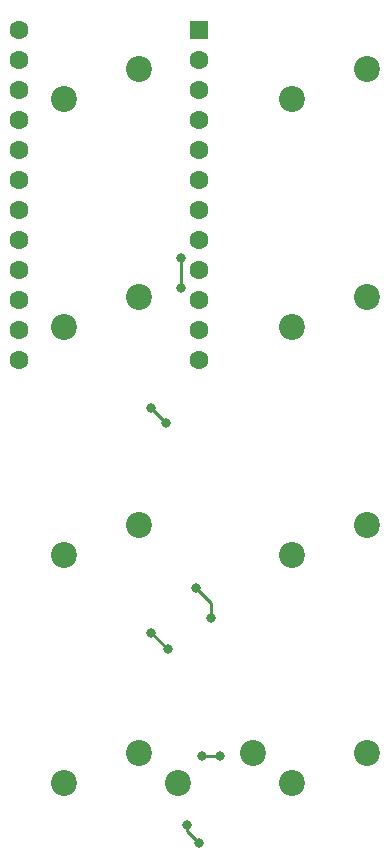
<source format=gtl>
G04 #@! TF.GenerationSoftware,KiCad,Pcbnew,(5.0.1)-3*
G04 #@! TF.CreationDate,2019-12-27T22:22:09+02:00*
G04 #@! TF.ProjectId,8Sticc_2u,3853746963635F32752E6B696361645F,rev?*
G04 #@! TF.SameCoordinates,Original*
G04 #@! TF.FileFunction,Copper,L1,Top,Signal*
G04 #@! TF.FilePolarity,Positive*
%FSLAX46Y46*%
G04 Gerber Fmt 4.6, Leading zero omitted, Abs format (unit mm)*
G04 Created by KiCad (PCBNEW (5.0.1)-3) date 12/27/19 22:22:09*
%MOMM*%
%LPD*%
G01*
G04 APERTURE LIST*
G04 #@! TA.AperFunction,ComponentPad*
%ADD10C,2.200000*%
G04 #@! TD*
G04 #@! TA.AperFunction,ComponentPad*
%ADD11R,1.600000X1.600000*%
G04 #@! TD*
G04 #@! TA.AperFunction,ComponentPad*
%ADD12C,1.600000*%
G04 #@! TD*
G04 #@! TA.AperFunction,ViaPad*
%ADD13C,0.800000*%
G04 #@! TD*
G04 #@! TA.AperFunction,Conductor*
%ADD14C,0.250000*%
G04 #@! TD*
G04 APERTURE END LIST*
D10*
G04 #@! TO.P,K9,1*
G04 #@! TO.N,/COL0*
X123029750Y-128363750D03*
G04 #@! TO.P,K9,2*
G04 #@! TO.N,Net-(D9-Pad2)*
X116679750Y-130903750D03*
G04 #@! TD*
G04 #@! TO.P,K4,2*
G04 #@! TO.N,Net-(D4-Pad2)*
X126331750Y-92295750D03*
G04 #@! TO.P,K4,1*
G04 #@! TO.N,Net-(K2-Pad1)*
X132681750Y-89755750D03*
G04 #@! TD*
G04 #@! TO.P,K7,2*
G04 #@! TO.N,Net-(D7-Pad2)*
X107027750Y-130903750D03*
G04 #@! TO.P,K7,1*
G04 #@! TO.N,/COL0*
X113377750Y-128363750D03*
G04 #@! TD*
G04 #@! TO.P,K8,1*
G04 #@! TO.N,Net-(K2-Pad1)*
X132681750Y-128363750D03*
G04 #@! TO.P,K8,2*
G04 #@! TO.N,Net-(D8-Pad2)*
X126331750Y-130903750D03*
G04 #@! TD*
D11*
G04 #@! TO.P,MCU1,1*
G04 #@! TO.N,Net-(MCU1-Pad1)*
X118457750Y-67149750D03*
D12*
G04 #@! TO.P,MCU1,2*
G04 #@! TO.N,Net-(MCU1-Pad2)*
X118457750Y-69689750D03*
G04 #@! TO.P,MCU1,3*
G04 #@! TO.N,Net-(MCU1-Pad3)*
X118457750Y-72229750D03*
G04 #@! TO.P,MCU1,4*
G04 #@! TO.N,Net-(MCU1-Pad4)*
X118457750Y-74769750D03*
G04 #@! TO.P,MCU1,5*
G04 #@! TO.N,Net-(MCU1-Pad5)*
X118457750Y-77309750D03*
G04 #@! TO.P,MCU1,6*
G04 #@! TO.N,Net-(MCU1-Pad6)*
X118457750Y-79849750D03*
G04 #@! TO.P,MCU1,7*
G04 #@! TO.N,Net-(K2-Pad1)*
X118457750Y-82389750D03*
G04 #@! TO.P,MCU1,8*
G04 #@! TO.N,/COL0*
X118457750Y-84929750D03*
G04 #@! TO.P,MCU1,9*
G04 #@! TO.N,/ROW0*
X118457750Y-87469750D03*
G04 #@! TO.P,MCU1,10*
G04 #@! TO.N,/ROW1*
X118457750Y-90009750D03*
G04 #@! TO.P,MCU1,11*
G04 #@! TO.N,/ROW2*
X118457750Y-92549750D03*
G04 #@! TO.P,MCU1,12*
G04 #@! TO.N,/ROW3*
X118457750Y-95089750D03*
G04 #@! TO.P,MCU1,13*
G04 #@! TO.N,Net-(MCU1-Pad13)*
X103217750Y-95089750D03*
G04 #@! TO.P,MCU1,14*
G04 #@! TO.N,Net-(MCU1-Pad14)*
X103217750Y-92549750D03*
G04 #@! TO.P,MCU1,15*
G04 #@! TO.N,Net-(MCU1-Pad15)*
X103217750Y-90009750D03*
G04 #@! TO.P,MCU1,16*
G04 #@! TO.N,Net-(MCU1-Pad16)*
X103217750Y-87469750D03*
G04 #@! TO.P,MCU1,17*
G04 #@! TO.N,Net-(MCU1-Pad17)*
X103217750Y-84929750D03*
G04 #@! TO.P,MCU1,18*
G04 #@! TO.N,Net-(MCU1-Pad18)*
X103217750Y-82389750D03*
G04 #@! TO.P,MCU1,19*
G04 #@! TO.N,Net-(MCU1-Pad19)*
X103217750Y-79849750D03*
G04 #@! TO.P,MCU1,20*
G04 #@! TO.N,Net-(MCU1-Pad20)*
X103217750Y-77309750D03*
G04 #@! TO.P,MCU1,21*
G04 #@! TO.N,Net-(MCU1-Pad21)*
X103217750Y-74769750D03*
G04 #@! TO.P,MCU1,22*
G04 #@! TO.N,Net-(MCU1-Pad22)*
X103217750Y-72229750D03*
G04 #@! TO.P,MCU1,23*
G04 #@! TO.N,Net-(MCU1-Pad23)*
X103217750Y-69689750D03*
G04 #@! TO.P,MCU1,24*
G04 #@! TO.N,Net-(MCU1-Pad24)*
X103217750Y-67149750D03*
G04 #@! TD*
D10*
G04 #@! TO.P,K1,2*
G04 #@! TO.N,Net-(D1-Pad2)*
X107027750Y-72991750D03*
G04 #@! TO.P,K1,1*
G04 #@! TO.N,/COL0*
X113377750Y-70451750D03*
G04 #@! TD*
G04 #@! TO.P,K2,1*
G04 #@! TO.N,Net-(K2-Pad1)*
X132681750Y-70451750D03*
G04 #@! TO.P,K2,2*
G04 #@! TO.N,Net-(D2-Pad2)*
X126331750Y-72991750D03*
G04 #@! TD*
G04 #@! TO.P,K3,1*
G04 #@! TO.N,/COL0*
X113377750Y-89755750D03*
G04 #@! TO.P,K3,2*
G04 #@! TO.N,Net-(D3-Pad2)*
X107027750Y-92295750D03*
G04 #@! TD*
G04 #@! TO.P,K5,1*
G04 #@! TO.N,/COL0*
X113377750Y-109059750D03*
G04 #@! TO.P,K5,2*
G04 #@! TO.N,Net-(D5-Pad2)*
X107027750Y-111599750D03*
G04 #@! TD*
G04 #@! TO.P,K6,2*
G04 #@! TO.N,Net-(D6-Pad2)*
X126331750Y-111599750D03*
G04 #@! TO.P,K6,1*
G04 #@! TO.N,Net-(K2-Pad1)*
X132681750Y-109059750D03*
G04 #@! TD*
D13*
G04 #@! TO.N,/ROW3*
X119473750Y-116933750D03*
X118203750Y-114393750D03*
G04 #@! TO.N,/COL0*
X116933750Y-86453750D03*
X116933750Y-88993750D03*
X114393750Y-99153750D03*
X115663750Y-100423750D03*
X114393750Y-118203750D03*
X115824404Y-119634404D03*
X120235750Y-128617750D03*
X118711750Y-128617750D03*
G04 #@! TO.N,Net-(D9-Pad2)*
X117441750Y-134459750D03*
X118457750Y-135983750D03*
G04 #@! TD*
D14*
G04 #@! TO.N,/ROW3*
X119473750Y-116933750D02*
X119473750Y-115663750D01*
X119473750Y-115663750D02*
X118203750Y-114393750D01*
G04 #@! TO.N,/COL0*
X116933750Y-86453750D02*
X116933750Y-88993750D01*
X114393750Y-99153750D02*
X115663750Y-100423750D01*
X114393750Y-118203750D02*
X115824404Y-119634404D01*
X120235750Y-128617750D02*
X118711750Y-128617750D01*
G04 #@! TO.N,Net-(D9-Pad2)*
X117441750Y-134459750D02*
X117441750Y-134967750D01*
X117441750Y-134967750D02*
X118457750Y-135983750D01*
G04 #@! TD*
M02*

</source>
